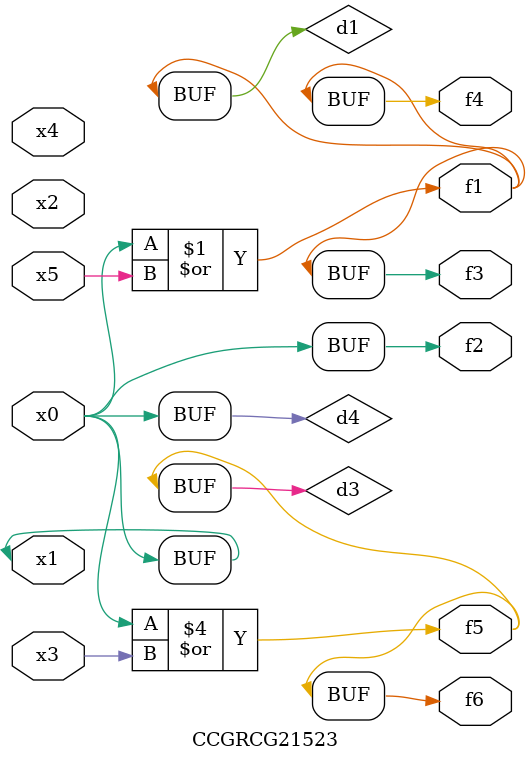
<source format=v>
module CCGRCG21523(
	input x0, x1, x2, x3, x4, x5,
	output f1, f2, f3, f4, f5, f6
);

	wire d1, d2, d3, d4;

	or (d1, x0, x5);
	xnor (d2, x1, x4);
	or (d3, x0, x3);
	buf (d4, x0, x1);
	assign f1 = d1;
	assign f2 = d4;
	assign f3 = d1;
	assign f4 = d1;
	assign f5 = d3;
	assign f6 = d3;
endmodule

</source>
